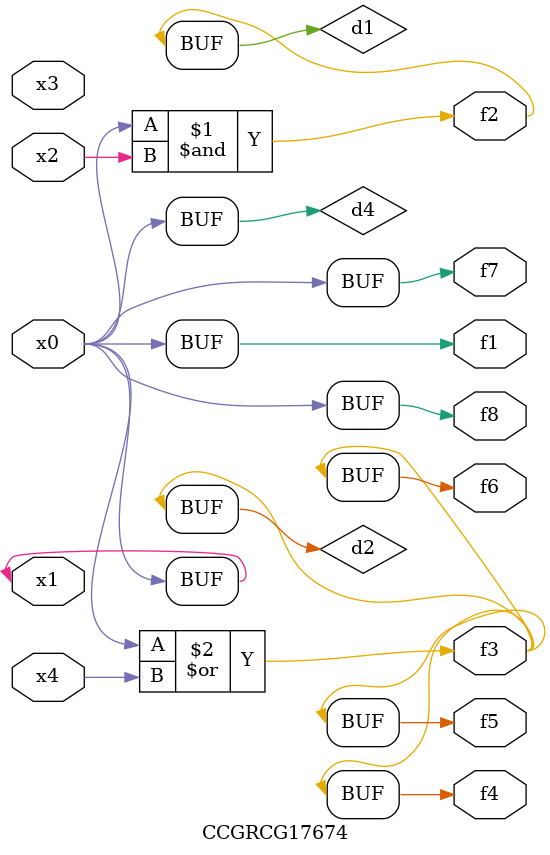
<source format=v>
module CCGRCG17674(
	input x0, x1, x2, x3, x4,
	output f1, f2, f3, f4, f5, f6, f7, f8
);

	wire d1, d2, d3, d4;

	and (d1, x0, x2);
	or (d2, x0, x4);
	nand (d3, x0, x2);
	buf (d4, x0, x1);
	assign f1 = d4;
	assign f2 = d1;
	assign f3 = d2;
	assign f4 = d2;
	assign f5 = d2;
	assign f6 = d2;
	assign f7 = d4;
	assign f8 = d4;
endmodule

</source>
